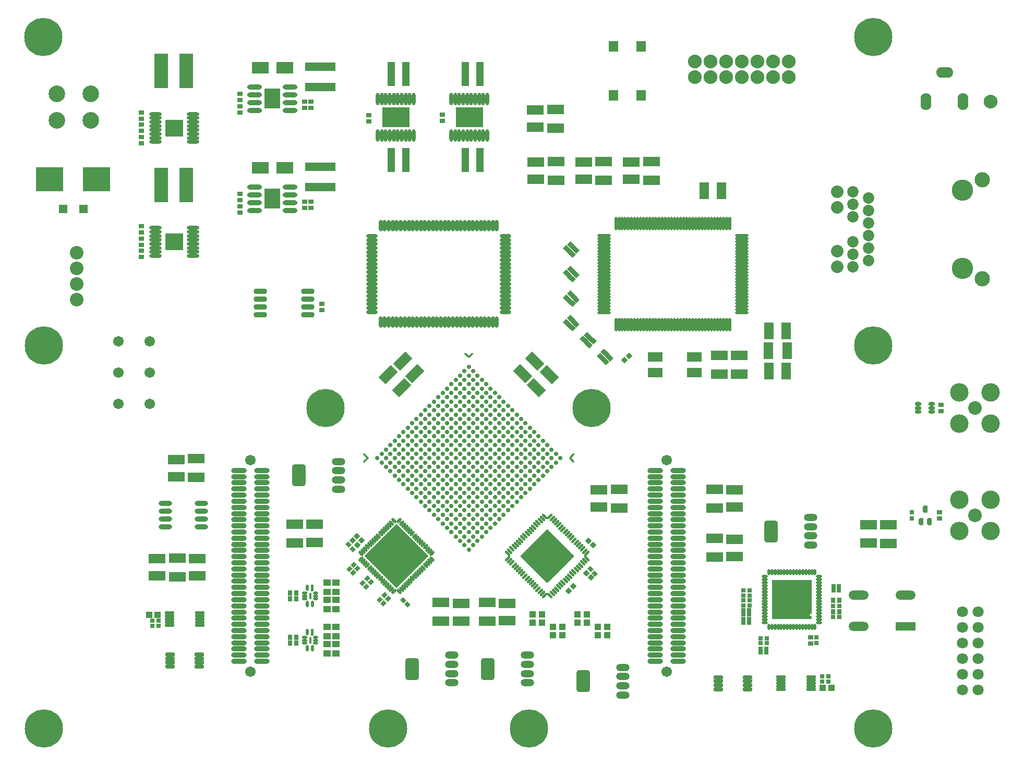
<source format=gts>
G04 Layer_Color=8388736*
%FSLAX44Y44*%
%MOMM*%
G71*
G01*
G75*
%ADD77C,2.0320*%
%ADD108R,0.8032X0.7032*%
%ADD109R,1.0032X1.1032*%
G04:AMPARAMS|DCode=110|XSize=0.4532mm|YSize=1.1532mm|CornerRadius=0mm|HoleSize=0mm|Usage=FLASHONLY|Rotation=225.000|XOffset=0mm|YOffset=0mm|HoleType=Round|Shape=Round|*
%AMOVALD110*
21,1,0.7000,0.4532,0.0000,0.0000,315.0*
1,1,0.4532,-0.2475,0.2475*
1,1,0.4532,0.2475,-0.2475*
%
%ADD110OVALD110*%

%ADD111C,0.7032*%
G04:AMPARAMS|DCode=112|XSize=0.4532mm|YSize=1.1532mm|CornerRadius=0mm|HoleSize=0mm|Usage=FLASHONLY|Rotation=315.000|XOffset=0mm|YOffset=0mm|HoleType=Round|Shape=Round|*
%AMOVALD112*
21,1,0.7000,0.4532,0.0000,0.0000,45.0*
1,1,0.4532,-0.2475,-0.2475*
1,1,0.4532,0.2475,0.2475*
%
%ADD112OVALD112*%

G04:AMPARAMS|DCode=113|XSize=0.5032mm|YSize=1.0032mm|CornerRadius=0mm|HoleSize=0mm|Usage=FLASHONLY|Rotation=45.000|XOffset=0mm|YOffset=0mm|HoleType=Round|Shape=Round|*
%AMOVALD113*
21,1,0.5000,0.5032,0.0000,0.0000,135.0*
1,1,0.5032,0.1768,-0.1768*
1,1,0.5032,-0.1768,0.1768*
%
%ADD113OVALD113*%

G04:AMPARAMS|DCode=114|XSize=0.5032mm|YSize=1.0032mm|CornerRadius=0mm|HoleSize=0mm|Usage=FLASHONLY|Rotation=135.000|XOffset=0mm|YOffset=0mm|HoleType=Round|Shape=Round|*
%AMOVALD114*
21,1,0.5000,0.5032,0.0000,0.0000,225.0*
1,1,0.5032,0.1768,0.1768*
1,1,0.5032,-0.1768,-0.1768*
%
%ADD114OVALD114*%

G04:AMPARAMS|DCode=115|XSize=0.7032mm|YSize=0.8032mm|CornerRadius=0mm|HoleSize=0mm|Usage=FLASHONLY|Rotation=135.000|XOffset=0mm|YOffset=0mm|HoleType=Round|Shape=Rectangle|*
%AMROTATEDRECTD115*
4,1,4,0.5326,0.0354,-0.0354,-0.5326,-0.5326,-0.0354,0.0354,0.5326,0.5326,0.0354,0.0*
%
%ADD115ROTATEDRECTD115*%

G04:AMPARAMS|DCode=116|XSize=0.7032mm|YSize=0.8032mm|CornerRadius=0mm|HoleSize=0mm|Usage=FLASHONLY|Rotation=45.000|XOffset=0mm|YOffset=0mm|HoleType=Round|Shape=Rectangle|*
%AMROTATEDRECTD116*
4,1,4,0.0354,-0.5326,-0.5326,0.0354,-0.0354,0.5326,0.5326,-0.0354,0.0354,-0.5326,0.0*
%
%ADD116ROTATEDRECTD116*%

%ADD117R,2.8032X1.6032*%
%ADD118R,1.4032X1.4032*%
%ADD119R,0.8128X0.8032*%
%ADD120O,0.7032X1.8532*%
%ADD121O,1.8532X0.7032*%
G04:AMPARAMS|DCode=122|XSize=0.8128mm|YSize=0.8032mm|CornerRadius=0mm|HoleSize=0mm|Usage=FLASHONLY|Rotation=45.000|XOffset=0mm|YOffset=0mm|HoleType=Round|Shape=Rectangle|*
%AMROTATEDRECTD122*
4,1,4,-0.0034,-0.5713,-0.5713,-0.0034,0.0034,0.5713,0.5713,0.0034,-0.0034,-0.5713,0.0*
%
%ADD122ROTATEDRECTD122*%

%ADD123R,0.8032X0.8128*%
%ADD124R,0.7532X0.7032*%
%ADD125R,1.2192X1.0032*%
%ADD126R,0.7032X0.8032*%
%ADD127R,2.4032X1.6032*%
%ADD128O,0.5532X2.1532*%
%ADD129O,2.1532X0.5532*%
%ADD130R,1.1832X3.9032*%
%ADD131R,2.2032X5.7032*%
%ADD132R,2.7032X1.9032*%
%ADD133R,4.9032X1.3832*%
%ADD134O,2.4032X0.8032*%
%ADD135O,2.2032X0.9144*%
%ADD136O,2.2032X0.8032*%
%ADD137O,1.9832X0.6232*%
G04:AMPARAMS|DCode=138|XSize=3.5032mm|YSize=2.2032mm|CornerRadius=0.4016mm|HoleSize=0mm|Usage=FLASHONLY|Rotation=90.000|XOffset=0mm|YOffset=0mm|HoleType=Round|Shape=RoundedRectangle|*
%AMROUNDEDRECTD138*
21,1,3.5032,1.4000,0,0,90.0*
21,1,2.7000,2.2032,0,0,90.0*
1,1,0.8032,0.7000,1.3500*
1,1,0.8032,0.7000,-1.3500*
1,1,0.8032,-0.7000,-1.3500*
1,1,0.8032,-0.7000,1.3500*
%
%ADD138ROUNDEDRECTD138*%
%ADD139O,2.2032X1.2032*%
%ADD140R,0.4532X1.1032*%
%ADD141C,0.4032*%
%ADD142O,0.4532X1.0532*%
%ADD143O,0.8532X0.4532*%
%ADD144O,0.9532X0.4532*%
%ADD145R,3.2512X1.4732*%
%ADD146O,3.2512X1.4732*%
%ADD147O,2.5400X0.8128*%
%ADD148O,0.6232X1.9832*%
G04:AMPARAMS|DCode=149|XSize=1.1938mm|YSize=0.762mm|CornerRadius=0.1575mm|HoleSize=0mm|Usage=FLASHONLY|Rotation=90.000|XOffset=0mm|YOffset=0mm|HoleType=Round|Shape=RoundedRectangle|*
%AMROUNDEDRECTD149*
21,1,1.1938,0.4470,0,0,90.0*
21,1,0.8788,0.7620,0,0,90.0*
1,1,0.3150,0.2235,0.4394*
1,1,0.3150,0.2235,-0.4394*
1,1,0.3150,-0.2235,-0.4394*
1,1,0.3150,-0.2235,0.4394*
%
%ADD149ROUNDEDRECTD149*%
%ADD150O,0.5032X1.0032*%
%ADD151O,1.0032X0.5032*%
%ADD152R,4.4432X4.0132*%
G04:AMPARAMS|DCode=153|XSize=0.6032mm|YSize=0.7532mm|CornerRadius=0mm|HoleSize=0mm|Usage=FLASHONLY|Rotation=315.000|XOffset=0mm|YOffset=0mm|HoleType=Round|Shape=Rectangle|*
%AMROTATEDRECTD153*
4,1,4,-0.4796,-0.0530,0.0530,0.4796,0.4796,0.0530,-0.0530,-0.4796,-0.4796,-0.0530,0.0*
%
%ADD153ROTATEDRECTD153*%

G04:AMPARAMS|DCode=154|XSize=0.8128mm|YSize=0.8032mm|CornerRadius=0mm|HoleSize=0mm|Usage=FLASHONLY|Rotation=315.000|XOffset=0mm|YOffset=0mm|HoleType=Round|Shape=Rectangle|*
%AMROTATEDRECTD154*
4,1,4,-0.5713,0.0034,-0.0034,0.5713,0.5713,-0.0034,0.0034,-0.5713,-0.5713,0.0034,0.0*
%
%ADD154ROTATEDRECTD154*%

G04:AMPARAMS|DCode=155|XSize=2.8032mm|YSize=1.6032mm|CornerRadius=0mm|HoleSize=0mm|Usage=FLASHONLY|Rotation=315.000|XOffset=0mm|YOffset=0mm|HoleType=Round|Shape=Rectangle|*
%AMROTATEDRECTD155*
4,1,4,-1.5579,0.4243,-0.4243,1.5579,1.5579,-0.4243,0.4243,-1.5579,-1.5579,0.4243,0.0*
%
%ADD155ROTATEDRECTD155*%

G04:AMPARAMS|DCode=156|XSize=2.8032mm|YSize=1.6032mm|CornerRadius=0mm|HoleSize=0mm|Usage=FLASHONLY|Rotation=45.000|XOffset=0mm|YOffset=0mm|HoleType=Round|Shape=Rectangle|*
%AMROTATEDRECTD156*
4,1,4,-0.4243,-1.5579,-1.5579,-0.4243,0.4243,1.5579,1.5579,0.4243,-0.4243,-1.5579,0.0*
%
%ADD156ROTATEDRECTD156*%

%ADD157R,1.6032X2.8032*%
%ADD158O,1.6032X0.7032*%
%ADD159O,1.6032X0.5032*%
%ADD160R,1.6032X1.8032*%
%ADD161O,1.1032X0.6032*%
%ADD162R,1.1032X1.0032*%
%ADD163C,1.7032*%
%ADD164C,0.3532*%
G04:AMPARAMS|DCode=165|XSize=7.3532mm|YSize=7.3282mm|CornerRadius=0mm|HoleSize=0mm|Usage=FLASHONLY|Rotation=45.000|XOffset=0mm|YOffset=0mm|HoleType=Round|Shape=Rectangle|*
%AMROTATEDRECTD165*
4,1,4,-0.0088,-5.1907,-5.1907,-0.0088,0.0088,5.1907,5.1907,0.0088,-0.0088,-5.1907,0.0*
%
%ADD165ROTATEDRECTD165*%

%ADD166C,0.9032*%
%ADD167O,2.8032X1.7432*%
%ADD168O,1.7432X2.8032*%
%ADD169C,2.2352*%
%ADD170C,1.8542*%
%ADD171C,3.4544*%
%ADD172C,2.4892*%
%ADD173C,1.8032*%
%ADD174R,2.6032X3.3032*%
%ADD175R,2.9032X2.7032*%
%ADD176C,6.2032*%
%ADD177C,2.2032*%
%ADD178R,4.4032X3.2032*%
%ADD179C,3.0032*%
%ADD180C,2.7032*%
G36*
X1356169Y862971D02*
X1356300Y862944D01*
X1356426Y862902D01*
X1356546Y862843D01*
X1356656Y862769D01*
X1356756Y862681D01*
X1394763Y824674D01*
X1394774Y824661D01*
X1394787Y824650D01*
X1394818Y824611D01*
X1394851Y824574D01*
X1394860Y824560D01*
X1394871Y824547D01*
X1394897Y824504D01*
X1394925Y824463D01*
X1394933Y824448D01*
X1394941Y824434D01*
X1394962Y824389D01*
X1394984Y824344D01*
X1394989Y824328D01*
X1394996Y824313D01*
X1395011Y824265D01*
X1395027Y824218D01*
X1395030Y824201D01*
X1395035Y824185D01*
X1395043Y824136D01*
X1395053Y824087D01*
X1395054Y824070D01*
X1395057Y824054D01*
X1395058Y824004D01*
X1395062Y823954D01*
X1395060Y823937D01*
X1395061Y823921D01*
X1395056Y823872D01*
X1395053Y823821D01*
X1395050Y823805D01*
X1395048Y823788D01*
X1395037Y823740D01*
X1395027Y823690D01*
X1395022Y823675D01*
X1395018Y823659D01*
X1395000Y823612D01*
X1394984Y823564D01*
X1394977Y823549D01*
X1394971Y823534D01*
X1394947Y823490D01*
X1394925Y823445D01*
X1394916Y823431D01*
X1394908Y823416D01*
X1394879Y823375D01*
X1394851Y823334D01*
X1394840Y823322D01*
X1394830Y823308D01*
X1394709Y823160D01*
X1394583Y822856D01*
Y822578D01*
X1394689Y822321D01*
X1394885Y822125D01*
X1395142Y822018D01*
X1395420D01*
X1395724Y822144D01*
X1395872Y822266D01*
X1395886Y822276D01*
X1395898Y822287D01*
X1395941Y822315D01*
X1395981Y822344D01*
X1395995Y822351D01*
X1396009Y822361D01*
X1396055Y822384D01*
X1396098Y822407D01*
X1396113Y822412D01*
X1396129Y822420D01*
X1396177Y822436D01*
X1396223Y822454D01*
X1396239Y822457D01*
X1396255Y822463D01*
X1396305Y822473D01*
X1396353Y822484D01*
X1396369Y822485D01*
X1396385Y822489D01*
X1396437Y822492D01*
X1396485Y822497D01*
X1396501Y822496D01*
X1396518Y822497D01*
X1396570Y822494D01*
X1396618Y822492D01*
X1396634Y822490D01*
X1396651Y822489D01*
X1396702Y822479D01*
X1396750Y822471D01*
X1396765Y822466D01*
X1396782Y822463D01*
X1396830Y822446D01*
X1396877Y822432D01*
X1396892Y822425D01*
X1396908Y822420D01*
X1396954Y822397D01*
X1396998Y822377D01*
X1397012Y822368D01*
X1397027Y822361D01*
X1397070Y822333D01*
X1397111Y822307D01*
X1397124Y822296D01*
X1397138Y822287D01*
X1397177Y822253D01*
X1397214Y822222D01*
X1397225Y822210D01*
X1397238Y822199D01*
X1399360Y820078D01*
X1399447Y819978D01*
X1399521Y819867D01*
X1399580Y819747D01*
X1399623Y819621D01*
X1399649Y819491D01*
X1399658Y819358D01*
X1399649Y819225D01*
X1399623Y819094D01*
X1399580Y818968D01*
X1399521Y818849D01*
X1399447Y818738D01*
X1399360Y818638D01*
X1356933Y776211D01*
X1356833Y776124D01*
X1356722Y776050D01*
X1356603Y775991D01*
X1356477Y775948D01*
X1356346Y775922D01*
X1356213Y775913D01*
X1356080Y775922D01*
X1355950Y775948D01*
X1355824Y775991D01*
X1355704Y776050D01*
X1355593Y776124D01*
X1355493Y776211D01*
X1312890Y818815D01*
X1312802Y818915D01*
X1312728Y819025D01*
X1312669Y819145D01*
X1312626Y819271D01*
X1312601Y819402D01*
X1312592Y819535D01*
X1312601Y819668D01*
X1312626Y819798D01*
X1312669Y819924D01*
X1312728Y820044D01*
X1312802Y820154D01*
X1312890Y820255D01*
X1355316Y862681D01*
X1355417Y862769D01*
X1355527Y862843D01*
X1355647Y862902D01*
X1355773Y862944D01*
X1355903Y862971D01*
X1356036Y862979D01*
X1356169Y862971D01*
D02*
G37*
G36*
X976133Y773009D02*
X976264Y772983D01*
X976390Y772941D01*
X976509Y772882D01*
X976620Y772808D01*
X976720Y772720D01*
X976808Y772620D01*
X976882Y772509D01*
X976941Y772390D01*
X976983Y772264D01*
X977010Y772133D01*
X977018Y772000D01*
Y764000D01*
X977010Y763867D01*
X976983Y763736D01*
X976941Y763610D01*
X976882Y763491D01*
X976808Y763380D01*
X976720Y763280D01*
X975220Y761780D01*
X975120Y761692D01*
X975009Y761618D01*
X974890Y761559D01*
X974763Y761517D01*
X974633Y761491D01*
X974500Y761482D01*
X973500D01*
X973367Y761491D01*
X973236Y761517D01*
X973110Y761559D01*
X972991Y761618D01*
X972880Y761692D01*
X972780Y761780D01*
X972692Y761880D01*
X972618Y761991D01*
X972559Y762110D01*
X972516Y762236D01*
X972490Y762367D01*
X972482Y762500D01*
Y772000D01*
X972490Y772133D01*
X972516Y772264D01*
X972559Y772390D01*
X972618Y772509D01*
X972692Y772620D01*
X972780Y772720D01*
X972880Y772808D01*
X972991Y772882D01*
X973110Y772941D01*
X973236Y772983D01*
X973367Y773009D01*
X973500Y773018D01*
X976000D01*
X976133Y773009D01*
D02*
G37*
G36*
X1784383Y780509D02*
X1784514Y780483D01*
X1784640Y780441D01*
X1784759Y780382D01*
X1784870Y780308D01*
X1784970Y780220D01*
X1785058Y780120D01*
X1785132Y780009D01*
X1785191Y779890D01*
X1785233Y779763D01*
X1785260Y779633D01*
X1785268Y779500D01*
Y726500D01*
X1785267Y726483D01*
X1785268Y726467D01*
X1785263Y726417D01*
X1785260Y726367D01*
X1785256Y726351D01*
X1785255Y726334D01*
X1785243Y726285D01*
X1785233Y726236D01*
X1785228Y726221D01*
X1785224Y726205D01*
X1785207Y726158D01*
X1785191Y726110D01*
X1785183Y726095D01*
X1785177Y726080D01*
X1785154Y726036D01*
X1785132Y725991D01*
X1785123Y725977D01*
X1785115Y725962D01*
X1785085Y725922D01*
X1785058Y725880D01*
X1785047Y725868D01*
X1785037Y725854D01*
X1785003Y725818D01*
X1784970Y725780D01*
X1784957Y725769D01*
X1784946Y725757D01*
X1784908Y725725D01*
X1784870Y725692D01*
X1784856Y725683D01*
X1784843Y725672D01*
X1784800Y725646D01*
X1784759Y725618D01*
X1784744Y725611D01*
X1784730Y725602D01*
X1784684Y725581D01*
X1784640Y725559D01*
X1784624Y725554D01*
X1784609Y725547D01*
X1784561Y725533D01*
X1784514Y725517D01*
X1784497Y725513D01*
X1784481Y725508D01*
X1784432Y725500D01*
X1784383Y725490D01*
X1784366Y725489D01*
X1784350Y725487D01*
X1783915Y725444D01*
X1783160Y725131D01*
X1782619Y724590D01*
X1782326Y723883D01*
Y723117D01*
X1782619Y722410D01*
X1783160Y721869D01*
X1783915Y721556D01*
X1784350Y721513D01*
X1784366Y721511D01*
X1784383Y721509D01*
X1784432Y721500D01*
X1784481Y721492D01*
X1784497Y721487D01*
X1784514Y721484D01*
X1784561Y721467D01*
X1784609Y721453D01*
X1784624Y721446D01*
X1784640Y721441D01*
X1784684Y721419D01*
X1784730Y721398D01*
X1784744Y721389D01*
X1784759Y721382D01*
X1784801Y721354D01*
X1784843Y721328D01*
X1784856Y721317D01*
X1784870Y721308D01*
X1784907Y721275D01*
X1784946Y721243D01*
X1784957Y721231D01*
X1784970Y721220D01*
X1785003Y721182D01*
X1785037Y721146D01*
X1785047Y721132D01*
X1785058Y721120D01*
X1785086Y721078D01*
X1785115Y721038D01*
X1785123Y721023D01*
X1785132Y721009D01*
X1785154Y720964D01*
X1785177Y720920D01*
X1785183Y720905D01*
X1785191Y720890D01*
X1785207Y720842D01*
X1785224Y720796D01*
X1785228Y720779D01*
X1785233Y720763D01*
X1785243Y720714D01*
X1785255Y720666D01*
X1785256Y720649D01*
X1785260Y720633D01*
X1785263Y720583D01*
X1785268Y720533D01*
X1785267Y720517D01*
X1785268Y720500D01*
Y717500D01*
X1785260Y717367D01*
X1785233Y717236D01*
X1785191Y717110D01*
X1785132Y716991D01*
X1785058Y716880D01*
X1784970Y716780D01*
X1784870Y716692D01*
X1784759Y716618D01*
X1784640Y716559D01*
X1784514Y716516D01*
X1784383Y716490D01*
X1784250Y716482D01*
X1722250D01*
X1722117Y716490D01*
X1721987Y716516D01*
X1721860Y716559D01*
X1721741Y716618D01*
X1721630Y716692D01*
X1721530Y716780D01*
X1721442Y716880D01*
X1721368Y716991D01*
X1721309Y717110D01*
X1721266Y717236D01*
X1721241Y717367D01*
X1721232Y717500D01*
Y779500D01*
X1721241Y779633D01*
X1721266Y779763D01*
X1721309Y779890D01*
X1721368Y780009D01*
X1721442Y780120D01*
X1721530Y780220D01*
X1721630Y780308D01*
X1721741Y780382D01*
X1721860Y780441D01*
X1721987Y780483D01*
X1722117Y780509D01*
X1722250Y780518D01*
X1784250D01*
X1784383Y780509D01*
D02*
G37*
G36*
X976133Y701010D02*
X976264Y700984D01*
X976390Y700941D01*
X976509Y700882D01*
X976620Y700808D01*
X976720Y700720D01*
X976808Y700620D01*
X976882Y700509D01*
X976941Y700390D01*
X976983Y700264D01*
X977010Y700133D01*
X977018Y700000D01*
Y692000D01*
X977010Y691867D01*
X976983Y691737D01*
X976941Y691610D01*
X976882Y691491D01*
X976808Y691380D01*
X976720Y691280D01*
X975220Y689780D01*
X975120Y689692D01*
X975009Y689618D01*
X974890Y689559D01*
X974763Y689517D01*
X974633Y689491D01*
X974500Y689482D01*
X973500D01*
X973367Y689491D01*
X973236Y689517D01*
X973110Y689559D01*
X972991Y689618D01*
X972880Y689692D01*
X972780Y689780D01*
X972692Y689880D01*
X972618Y689991D01*
X972559Y690110D01*
X972516Y690237D01*
X972490Y690367D01*
X972482Y690500D01*
Y700000D01*
X972490Y700133D01*
X972516Y700264D01*
X972559Y700390D01*
X972618Y700509D01*
X972692Y700620D01*
X972780Y700720D01*
X972880Y700808D01*
X972991Y700882D01*
X973110Y700941D01*
X973236Y700984D01*
X973367Y701010D01*
X973500Y701018D01*
X976000D01*
X976133Y701010D01*
D02*
G37*
D77*
X1826800Y1289040D02*
D03*
Y1314440D02*
D03*
Y1385560D02*
D03*
Y1410960D02*
D03*
D108*
X1812500Y623500D02*
D03*
X1802500D02*
D03*
X1812500Y615500D02*
D03*
X1802500D02*
D03*
X1820000Y720000D02*
D03*
X1830000D02*
D03*
X1712200Y685750D02*
D03*
X1702200D02*
D03*
X1712200Y677750D02*
D03*
X1702200D02*
D03*
X1684250Y747000D02*
D03*
X1674250D02*
D03*
X1684250Y739000D02*
D03*
X1674250D02*
D03*
X1830000Y738000D02*
D03*
X1820000D02*
D03*
X1674250Y755000D02*
D03*
X1684250D02*
D03*
X1674250Y763000D02*
D03*
X1684250D02*
D03*
X725000Y714000D02*
D03*
X715000D02*
D03*
X725000Y706000D02*
D03*
X715000D02*
D03*
D109*
X1817500Y605500D02*
D03*
X1803500D02*
D03*
X724000Y724000D02*
D03*
X710000D02*
D03*
D110*
X1295225Y827313D02*
D03*
X1298761Y830848D02*
D03*
X1323510Y855597D02*
D03*
X1327045Y859133D02*
D03*
X1351794Y883881D02*
D03*
X1348258Y880346D02*
D03*
X1344723Y876810D02*
D03*
X1341187Y873275D02*
D03*
X1337652Y869739D02*
D03*
X1334116Y866204D02*
D03*
X1330581Y862668D02*
D03*
X1319974Y852061D02*
D03*
X1316438Y848526D02*
D03*
X1312903Y844990D02*
D03*
X1309367Y841455D02*
D03*
X1305832Y837919D02*
D03*
X1302296Y834384D02*
D03*
X1291690Y823777D02*
D03*
X1360633Y754834D02*
D03*
X1371239Y765441D02*
D03*
X1374775Y768977D02*
D03*
X1378310Y772512D02*
D03*
X1381846Y776048D02*
D03*
X1385381Y779583D02*
D03*
X1388917Y783119D02*
D03*
X1392452Y786654D02*
D03*
X1395988Y790190D02*
D03*
X1399523Y793725D02*
D03*
X1403059Y797261D02*
D03*
X1406595Y800796D02*
D03*
X1410130Y804332D02*
D03*
X1413666Y807867D02*
D03*
X1417201Y811403D02*
D03*
X1420737Y814938D02*
D03*
X1367704Y761905D02*
D03*
X1364168Y758370D02*
D03*
D111*
X1264105Y865113D02*
D03*
X1257034Y872184D02*
D03*
X1249963Y865113D02*
D03*
X1257034Y858042D02*
D03*
X1377242Y978250D02*
D03*
X1370171Y971179D02*
D03*
X1363100Y964108D02*
D03*
X1356029Y957037D02*
D03*
X1348958Y949966D02*
D03*
X1341887Y942895D02*
D03*
X1334816Y935824D02*
D03*
X1327745Y928753D02*
D03*
X1320674Y921682D02*
D03*
X1313603Y914610D02*
D03*
X1306532Y907539D02*
D03*
X1299461Y900468D02*
D03*
X1292390Y893397D02*
D03*
X1285319Y886326D02*
D03*
X1278248Y879255D02*
D03*
X1271176Y872184D02*
D03*
X1249963Y850971D02*
D03*
X1242892Y843900D02*
D03*
X1235821Y836829D02*
D03*
X1228750Y829758D02*
D03*
X1370171Y985321D02*
D03*
X1363100Y978250D02*
D03*
X1356029Y971179D02*
D03*
X1348958Y964108D02*
D03*
X1341887Y957037D02*
D03*
X1334816Y949966D02*
D03*
X1327745Y942895D02*
D03*
X1320674Y935824D02*
D03*
X1313603Y928753D02*
D03*
X1306532Y921682D02*
D03*
X1299461Y914610D02*
D03*
X1292390Y907539D02*
D03*
X1285319Y900468D02*
D03*
X1278248Y893397D02*
D03*
X1271176Y886326D02*
D03*
X1264105Y879255D02*
D03*
X1242892Y858042D02*
D03*
X1235821Y850971D02*
D03*
X1228750Y843900D02*
D03*
X1221679Y836829D02*
D03*
X1363100Y992392D02*
D03*
X1356029Y985321D02*
D03*
X1348958Y978250D02*
D03*
X1341887Y971179D02*
D03*
X1334816Y964108D02*
D03*
X1327745Y957037D02*
D03*
X1320674Y949966D02*
D03*
X1313603Y942895D02*
D03*
X1306532Y935824D02*
D03*
X1299461Y928753D02*
D03*
X1292390Y921682D02*
D03*
X1285319Y914610D02*
D03*
X1278248Y907539D02*
D03*
X1271176Y900468D02*
D03*
X1264105Y893397D02*
D03*
X1257034Y886326D02*
D03*
X1249963Y879255D02*
D03*
X1242892Y872184D02*
D03*
X1235821Y865113D02*
D03*
X1228750Y858042D02*
D03*
X1221679Y850971D02*
D03*
X1214608Y843900D02*
D03*
X1356029Y999463D02*
D03*
X1348958Y992392D02*
D03*
X1341887Y985321D02*
D03*
X1334816Y978250D02*
D03*
X1327745Y971179D02*
D03*
X1320674Y964108D02*
D03*
X1313603Y957037D02*
D03*
X1306532Y949966D02*
D03*
X1299461Y942895D02*
D03*
X1292390Y935824D02*
D03*
X1285319Y928753D02*
D03*
X1278248Y921682D02*
D03*
X1271176Y914610D02*
D03*
X1264105Y907539D02*
D03*
X1257034Y900468D02*
D03*
X1249963Y893397D02*
D03*
X1242892Y886326D02*
D03*
X1235821Y879255D02*
D03*
X1228750Y872184D02*
D03*
X1221679Y865113D02*
D03*
X1214608Y858042D02*
D03*
X1207537Y850971D02*
D03*
X1348958Y1006534D02*
D03*
X1341887Y999463D02*
D03*
X1334816Y992392D02*
D03*
X1327745Y985321D02*
D03*
X1320674Y978250D02*
D03*
X1313603Y971179D02*
D03*
X1306532Y964108D02*
D03*
X1299461Y957037D02*
D03*
X1292390Y949966D02*
D03*
X1285318Y942895D02*
D03*
X1278248Y935824D02*
D03*
X1271176Y928753D02*
D03*
X1264105Y921682D02*
D03*
X1257034Y914610D02*
D03*
X1249963Y907539D02*
D03*
X1242892Y900468D02*
D03*
X1235821Y893397D02*
D03*
X1228750Y886326D02*
D03*
X1221679Y879255D02*
D03*
X1214608Y872184D02*
D03*
X1207537Y865113D02*
D03*
X1200466Y858042D02*
D03*
X1341887Y1013605D02*
D03*
X1334816Y1006534D02*
D03*
X1327745Y999463D02*
D03*
X1320674Y992392D02*
D03*
X1313603Y985321D02*
D03*
X1306532Y978250D02*
D03*
X1299461Y971179D02*
D03*
X1292390Y964108D02*
D03*
X1285319Y957037D02*
D03*
X1278248Y949966D02*
D03*
X1271176Y942895D02*
D03*
X1264105Y935824D02*
D03*
X1257034Y928753D02*
D03*
X1249963Y921682D02*
D03*
X1242892Y914610D02*
D03*
X1235821Y907539D02*
D03*
X1228750Y900468D02*
D03*
X1221679Y893397D02*
D03*
X1214608Y886326D02*
D03*
X1207537Y879255D02*
D03*
X1200466Y872184D02*
D03*
X1193395Y865113D02*
D03*
X1334816Y1020676D02*
D03*
X1327745Y1013605D02*
D03*
X1320674Y1006534D02*
D03*
X1313603Y999463D02*
D03*
X1306532Y992392D02*
D03*
X1299461Y985321D02*
D03*
X1292390Y978250D02*
D03*
X1285319Y971179D02*
D03*
X1278248Y964108D02*
D03*
X1271176Y957037D02*
D03*
X1264105Y949966D02*
D03*
X1257034Y942895D02*
D03*
X1249963Y935824D02*
D03*
X1242892Y928753D02*
D03*
X1235821Y921682D02*
D03*
X1228750Y914610D02*
D03*
X1221679Y907539D02*
D03*
X1214608Y900468D02*
D03*
X1207537Y893397D02*
D03*
X1200466Y886326D02*
D03*
X1193395Y879255D02*
D03*
X1186324Y872184D02*
D03*
X1327745Y1027747D02*
D03*
X1320674Y1020676D02*
D03*
X1313603Y1013605D02*
D03*
X1306532Y1006534D02*
D03*
X1299461Y999463D02*
D03*
X1292390Y992392D02*
D03*
X1285319Y985321D02*
D03*
X1278248Y978250D02*
D03*
X1271176Y971179D02*
D03*
X1264105Y964108D02*
D03*
X1257034Y957037D02*
D03*
X1249963Y949966D02*
D03*
X1242892Y942895D02*
D03*
X1235821Y935824D02*
D03*
X1228750Y928753D02*
D03*
X1221679Y921682D02*
D03*
X1214608Y914610D02*
D03*
X1207537Y907539D02*
D03*
X1200466Y900468D02*
D03*
X1193395Y893397D02*
D03*
X1186324Y886326D02*
D03*
X1179252Y879255D02*
D03*
X1320674Y1034819D02*
D03*
X1313603Y1027747D02*
D03*
X1306532Y1020676D02*
D03*
X1299461Y1013605D02*
D03*
X1292390Y1006534D02*
D03*
X1285319Y999463D02*
D03*
X1278248Y992392D02*
D03*
X1271176Y985321D02*
D03*
X1264105Y978250D02*
D03*
X1257034Y971179D02*
D03*
X1249963Y964108D02*
D03*
X1242892Y957037D02*
D03*
X1235821Y949966D02*
D03*
X1228750Y942895D02*
D03*
X1221679Y935824D02*
D03*
X1214608Y928753D02*
D03*
X1207537Y921682D02*
D03*
X1200466Y914610D02*
D03*
X1193395Y907539D02*
D03*
X1186324Y900468D02*
D03*
X1179252Y893397D02*
D03*
X1172181Y886326D02*
D03*
X1313603Y1041890D02*
D03*
X1306532Y1034819D02*
D03*
X1299461Y1027747D02*
D03*
X1292390Y1020676D02*
D03*
X1285318Y1013605D02*
D03*
X1278248Y1006534D02*
D03*
X1271176Y999463D02*
D03*
X1264105Y992392D02*
D03*
X1257034Y985321D02*
D03*
X1249963Y978250D02*
D03*
X1242892Y971179D02*
D03*
X1235821Y964108D02*
D03*
X1228750Y957037D02*
D03*
X1221679Y949966D02*
D03*
X1214608Y942895D02*
D03*
X1207537Y935824D02*
D03*
X1200466Y928753D02*
D03*
X1193395Y921682D02*
D03*
X1186324Y914610D02*
D03*
X1179252Y907539D02*
D03*
X1172181Y900468D02*
D03*
X1165110Y893397D02*
D03*
X1306532Y1048961D02*
D03*
X1299461Y1041890D02*
D03*
X1292390Y1034819D02*
D03*
X1285319Y1027747D02*
D03*
X1278248Y1020676D02*
D03*
X1271176Y1013605D02*
D03*
X1264105Y1006534D02*
D03*
X1257034Y999463D02*
D03*
X1249963Y992392D02*
D03*
X1242892Y985321D02*
D03*
X1235821Y978250D02*
D03*
X1228750Y971179D02*
D03*
X1221679Y964108D02*
D03*
X1214608Y957037D02*
D03*
X1207537Y949966D02*
D03*
X1200466Y942895D02*
D03*
X1193395Y935824D02*
D03*
X1186324Y928753D02*
D03*
X1179252Y921682D02*
D03*
X1172181Y914610D02*
D03*
X1165110Y907539D02*
D03*
X1158039Y900468D02*
D03*
X1299461Y1056032D02*
D03*
X1292390Y1048961D02*
D03*
X1285319Y1041890D02*
D03*
X1278248Y1034819D02*
D03*
X1271176Y1027747D02*
D03*
X1264105Y1020676D02*
D03*
X1257034Y1013605D02*
D03*
X1249963Y1006534D02*
D03*
X1242892Y999463D02*
D03*
X1235821Y992392D02*
D03*
X1228750Y985321D02*
D03*
X1221679Y978250D02*
D03*
X1214608Y971179D02*
D03*
X1207537Y964108D02*
D03*
X1200466Y957037D02*
D03*
X1193395Y949966D02*
D03*
X1186324Y942895D02*
D03*
X1179252Y935824D02*
D03*
X1172181Y928753D02*
D03*
X1165110Y921682D02*
D03*
X1158039Y914610D02*
D03*
X1150968Y907539D02*
D03*
X1292390Y1063103D02*
D03*
X1285319Y1056032D02*
D03*
X1278248Y1048961D02*
D03*
X1271176Y1041890D02*
D03*
X1264105Y1034819D02*
D03*
X1257034Y1027747D02*
D03*
X1249963Y1020676D02*
D03*
X1242892Y1013605D02*
D03*
X1235821Y1006534D02*
D03*
X1228750Y999463D02*
D03*
X1221679Y992392D02*
D03*
X1214608Y985321D02*
D03*
X1207537Y978250D02*
D03*
X1200466Y971179D02*
D03*
X1193395Y964108D02*
D03*
X1186324Y957037D02*
D03*
X1179252Y949966D02*
D03*
X1172181Y942895D02*
D03*
X1165110Y935824D02*
D03*
X1158039Y928753D02*
D03*
X1150968Y921682D02*
D03*
X1143897Y914610D02*
D03*
X1285319Y1070174D02*
D03*
X1278248Y1063103D02*
D03*
X1271176Y1056032D02*
D03*
X1264105Y1048961D02*
D03*
X1257034Y1041890D02*
D03*
X1249963Y1034819D02*
D03*
X1242892Y1027747D02*
D03*
X1235821Y1020676D02*
D03*
X1228750Y1013605D02*
D03*
X1221679Y1006534D02*
D03*
X1214608Y999463D02*
D03*
X1207537Y992392D02*
D03*
X1200466Y985321D02*
D03*
X1193395Y978250D02*
D03*
X1186324Y971179D02*
D03*
X1179252Y964108D02*
D03*
X1172181Y957037D02*
D03*
X1165110Y949966D02*
D03*
X1158039Y942895D02*
D03*
X1150968Y935824D02*
D03*
X1143897Y928753D02*
D03*
X1136826Y921682D02*
D03*
X1278248Y1077245D02*
D03*
X1271176Y1070174D02*
D03*
X1264105Y1063103D02*
D03*
X1257034Y1056032D02*
D03*
X1249963Y1048961D02*
D03*
X1242892Y1041890D02*
D03*
X1235821Y1034819D02*
D03*
X1228750Y1027747D02*
D03*
X1221679Y1020676D02*
D03*
X1214608Y1013605D02*
D03*
X1207537Y1006534D02*
D03*
X1200466Y999463D02*
D03*
X1193395Y992392D02*
D03*
X1186324Y985321D02*
D03*
X1179253Y978250D02*
D03*
X1172181Y971179D02*
D03*
X1165110Y964108D02*
D03*
X1158039Y957037D02*
D03*
X1150968Y949966D02*
D03*
X1143897Y942895D02*
D03*
X1136826Y935824D02*
D03*
X1129755Y928753D02*
D03*
X1271176Y1084316D02*
D03*
X1264105Y1077245D02*
D03*
X1257034Y1070174D02*
D03*
X1249963Y1063103D02*
D03*
X1242892Y1056032D02*
D03*
X1235821Y1048961D02*
D03*
X1228750Y1041890D02*
D03*
X1221679Y1034819D02*
D03*
X1214608Y1027747D02*
D03*
X1207537Y1020676D02*
D03*
X1200466Y1013605D02*
D03*
X1193395Y1006534D02*
D03*
X1186324Y999463D02*
D03*
X1179252Y992392D02*
D03*
X1172181Y985321D02*
D03*
X1165110Y978250D02*
D03*
X1158039Y971179D02*
D03*
X1150968Y964108D02*
D03*
X1143897Y957037D02*
D03*
X1136826Y949966D02*
D03*
X1129755Y942895D02*
D03*
X1122684Y935824D02*
D03*
X1264105Y1091387D02*
D03*
X1257034Y1084316D02*
D03*
X1249963Y1077245D02*
D03*
X1242892Y1070174D02*
D03*
X1235821Y1063103D02*
D03*
X1228750Y1056032D02*
D03*
X1221679Y1048961D02*
D03*
X1214608Y1041890D02*
D03*
X1207537Y1034819D02*
D03*
X1200466Y1027747D02*
D03*
X1193395Y1020676D02*
D03*
X1186324Y1013605D02*
D03*
X1179252Y1006534D02*
D03*
X1172181Y999463D02*
D03*
X1165110Y992392D02*
D03*
X1158039Y985321D02*
D03*
X1150968Y978250D02*
D03*
X1143897Y971179D02*
D03*
X1136826Y964108D02*
D03*
X1129755Y957037D02*
D03*
X1122684Y949966D02*
D03*
X1115613Y942895D02*
D03*
X1257034Y1098458D02*
D03*
X1249963Y1091387D02*
D03*
X1242892Y1084316D02*
D03*
X1235821Y1077245D02*
D03*
X1228750Y1070174D02*
D03*
X1221679Y1063103D02*
D03*
X1214608Y1056032D02*
D03*
X1207537Y1048961D02*
D03*
X1200466Y1041890D02*
D03*
X1193395Y1034819D02*
D03*
X1186324Y1027747D02*
D03*
X1179252Y1020676D02*
D03*
X1172181Y1013605D02*
D03*
X1165110Y1006534D02*
D03*
X1158039Y999463D02*
D03*
X1150968Y992392D02*
D03*
X1143897Y985321D02*
D03*
X1136826Y978250D02*
D03*
X1129755Y971179D02*
D03*
X1122684Y964108D02*
D03*
X1115613Y957037D02*
D03*
X1108542Y949966D02*
D03*
X1249963Y1105529D02*
D03*
X1242892Y1098458D02*
D03*
X1235821Y1091387D02*
D03*
X1228750Y1084316D02*
D03*
X1221679Y1077245D02*
D03*
X1214608Y1070174D02*
D03*
X1207537Y1063103D02*
D03*
X1200466Y1056032D02*
D03*
X1193395Y1048961D02*
D03*
X1186324Y1041890D02*
D03*
X1179252Y1034819D02*
D03*
X1172181Y1027747D02*
D03*
X1165110Y1020676D02*
D03*
X1158039Y1013605D02*
D03*
X1150968Y1006534D02*
D03*
X1143897Y999463D02*
D03*
X1136826Y992392D02*
D03*
X1129755Y985321D02*
D03*
X1122684Y978250D02*
D03*
X1115613Y971179D02*
D03*
X1108542Y964108D02*
D03*
X1101471Y957037D02*
D03*
X1242892Y1112600D02*
D03*
X1235821Y1105529D02*
D03*
X1228750Y1098458D02*
D03*
X1221679Y1091387D02*
D03*
X1214608Y1084316D02*
D03*
X1207537Y1077245D02*
D03*
X1200466Y1070174D02*
D03*
X1193395Y1063103D02*
D03*
X1186324Y1056032D02*
D03*
X1179252Y1048961D02*
D03*
X1172181Y1041890D02*
D03*
X1165110Y1034819D02*
D03*
X1158039Y1027747D02*
D03*
X1150968Y1020676D02*
D03*
X1143897Y1013605D02*
D03*
X1136826Y1006534D02*
D03*
X1129755Y999463D02*
D03*
X1122684Y992392D02*
D03*
X1115613Y985321D02*
D03*
X1108542Y978250D02*
D03*
X1101471Y971179D02*
D03*
X1094400Y964108D02*
D03*
X1235821Y1119671D02*
D03*
X1228750Y1112600D02*
D03*
X1221679Y1105529D02*
D03*
X1214608Y1098458D02*
D03*
X1207537Y1091387D02*
D03*
X1200466Y1084316D02*
D03*
X1193395Y1077245D02*
D03*
X1186324Y1070174D02*
D03*
X1179252Y1063103D02*
D03*
X1172181Y1056032D02*
D03*
X1165110Y1048961D02*
D03*
X1158039Y1041890D02*
D03*
X1150968Y1034819D02*
D03*
X1143897Y1027747D02*
D03*
X1136826Y1020676D02*
D03*
X1129755Y1013605D02*
D03*
X1122684Y1006534D02*
D03*
X1115613Y999463D02*
D03*
X1108542Y992392D02*
D03*
X1101471Y985321D02*
D03*
X1094400Y978250D02*
D03*
X1087329Y971179D02*
D03*
X1228750Y1126742D02*
D03*
X1221679Y1119671D02*
D03*
X1214608Y1112600D02*
D03*
X1207537Y1105529D02*
D03*
X1200466Y1098458D02*
D03*
X1193395Y1091387D02*
D03*
X1186324Y1084316D02*
D03*
X1179252Y1077245D02*
D03*
X1172181Y1070174D02*
D03*
X1165110Y1063103D02*
D03*
X1158039Y1056032D02*
D03*
X1150968Y1048961D02*
D03*
X1143897Y1041890D02*
D03*
X1136826Y1034819D02*
D03*
X1129755Y1027747D02*
D03*
X1122684Y1020676D02*
D03*
X1115613Y1013605D02*
D03*
X1108542Y1006534D02*
D03*
X1101471Y999463D02*
D03*
X1094400Y992392D02*
D03*
X1087329Y985321D02*
D03*
X1080258Y978250D02*
D03*
D112*
X1420737Y823777D02*
D03*
X1417201Y827313D02*
D03*
X1413666Y830848D02*
D03*
X1410130Y834384D02*
D03*
X1406595Y837919D02*
D03*
X1403059Y841455D02*
D03*
X1399523Y844990D02*
D03*
X1395988Y848526D02*
D03*
X1392452Y852061D02*
D03*
X1388917Y855597D02*
D03*
X1385381Y859133D02*
D03*
X1381846Y862668D02*
D03*
X1378310Y866204D02*
D03*
X1374775Y869739D02*
D03*
X1371239Y873275D02*
D03*
X1367704Y876810D02*
D03*
X1364168Y880346D02*
D03*
X1360633Y883881D02*
D03*
X1291690Y814938D02*
D03*
X1295225Y811403D02*
D03*
X1298761Y807867D02*
D03*
X1302296Y804332D02*
D03*
X1305832Y800796D02*
D03*
X1309367Y797261D02*
D03*
X1312903Y793725D02*
D03*
X1316438Y790190D02*
D03*
X1319974Y786654D02*
D03*
X1323510Y783119D02*
D03*
X1327045Y779583D02*
D03*
X1330581Y776048D02*
D03*
X1334116Y772512D02*
D03*
X1337652Y768977D02*
D03*
X1341187Y765441D02*
D03*
X1344723Y761905D02*
D03*
X1348258Y758370D02*
D03*
X1351794Y754834D02*
D03*
D113*
X1053713Y823550D02*
D03*
X1057249Y827086D02*
D03*
X1060784Y830621D02*
D03*
X1064320Y834157D02*
D03*
X1067855Y837692D02*
D03*
X1071391Y841228D02*
D03*
X1074926Y844763D02*
D03*
X1078462Y848299D02*
D03*
X1081997Y851834D02*
D03*
X1085533Y855370D02*
D03*
X1089069Y858905D02*
D03*
X1092604Y862441D02*
D03*
X1096140Y865977D02*
D03*
X1099675Y869512D02*
D03*
X1103211Y873048D02*
D03*
X1106746Y876583D02*
D03*
X1168971Y814358D02*
D03*
X1165436Y810822D02*
D03*
X1161900Y807287D02*
D03*
X1158365Y803751D02*
D03*
X1154829Y800216D02*
D03*
X1151294Y796680D02*
D03*
X1147758Y793145D02*
D03*
X1144223Y789609D02*
D03*
X1140687Y786074D02*
D03*
X1137152Y782538D02*
D03*
X1133616Y779003D02*
D03*
X1130081Y775467D02*
D03*
X1126545Y771932D02*
D03*
X1123010Y768396D02*
D03*
X1119474Y764860D02*
D03*
X1115938Y761325D02*
D03*
D114*
Y876583D02*
D03*
X1119474Y873048D02*
D03*
X1123010Y869512D02*
D03*
X1126545Y865977D02*
D03*
X1130081Y862441D02*
D03*
X1133616Y858905D02*
D03*
X1137152Y855370D02*
D03*
X1140687Y851834D02*
D03*
X1144223Y848299D02*
D03*
X1147758Y844763D02*
D03*
X1151294Y841228D02*
D03*
X1154829Y837692D02*
D03*
X1158365Y834157D02*
D03*
X1161900Y830621D02*
D03*
X1165436Y827086D02*
D03*
X1168971Y823550D02*
D03*
X1106746Y761325D02*
D03*
X1103211Y764860D02*
D03*
X1099675Y768396D02*
D03*
X1096140Y771932D02*
D03*
X1092604Y775467D02*
D03*
X1089069Y779003D02*
D03*
X1085533Y782538D02*
D03*
X1081997Y786074D02*
D03*
X1078462Y789609D02*
D03*
X1074926Y793145D02*
D03*
X1071391Y796680D02*
D03*
X1067855Y800216D02*
D03*
X1064320Y803751D02*
D03*
X1060784Y807287D02*
D03*
X1057249Y810822D02*
D03*
X1053713Y814358D02*
D03*
D115*
X1091535Y755536D02*
D03*
X1084464Y748465D02*
D03*
X1097535Y749536D02*
D03*
X1090464Y742465D02*
D03*
X1062464Y769464D02*
D03*
X1069536Y776535D02*
D03*
X1056464Y775464D02*
D03*
X1063536Y782535D02*
D03*
X1048036Y799035D02*
D03*
X1040965Y791964D02*
D03*
X1042036Y805035D02*
D03*
X1034965Y797964D02*
D03*
D116*
X1122465Y747536D02*
D03*
X1129536Y740464D02*
D03*
X1040536Y830464D02*
D03*
X1033464Y837535D02*
D03*
X1433035Y790714D02*
D03*
X1425965Y797785D02*
D03*
D117*
X1472500Y927740D02*
D03*
Y897260D02*
D03*
X1440000Y926470D02*
D03*
Y898530D02*
D03*
X1369250Y1545240D02*
D03*
Y1514760D02*
D03*
X1447750Y1460240D02*
D03*
Y1429760D02*
D03*
X1370250Y1460240D02*
D03*
Y1429760D02*
D03*
X1258713Y713118D02*
D03*
Y743598D02*
D03*
X1910000Y870240D02*
D03*
Y839760D02*
D03*
X946213Y871098D02*
D03*
Y840618D02*
D03*
X1183713Y713118D02*
D03*
Y743598D02*
D03*
X755500Y815990D02*
D03*
Y785510D02*
D03*
X1627500Y847740D02*
D03*
Y817260D02*
D03*
X786500Y977240D02*
D03*
Y946760D02*
D03*
X1627500Y897260D02*
D03*
Y927740D02*
D03*
X1635499Y1145240D02*
D03*
Y1114760D02*
D03*
X1667999Y1145240D02*
D03*
Y1114760D02*
D03*
X1525000Y1460240D02*
D03*
Y1429760D02*
D03*
X1336750Y1543970D02*
D03*
Y1516030D02*
D03*
X1415250Y1458970D02*
D03*
Y1431030D02*
D03*
X1337750Y1458970D02*
D03*
Y1431030D02*
D03*
X1291213Y714388D02*
D03*
Y742328D02*
D03*
X1877500Y840776D02*
D03*
Y869732D02*
D03*
X978713Y841634D02*
D03*
Y870590D02*
D03*
X1216213Y742582D02*
D03*
Y713626D02*
D03*
X723000Y814720D02*
D03*
Y786780D02*
D03*
X1660000Y846470D02*
D03*
Y818530D02*
D03*
X788000Y814720D02*
D03*
Y786780D02*
D03*
X754000Y975970D02*
D03*
Y948030D02*
D03*
X1660000Y898530D02*
D03*
Y926470D02*
D03*
X1492500Y1458970D02*
D03*
Y1431030D02*
D03*
D118*
X570063Y1383000D02*
D03*
X603083D02*
D03*
D119*
X990000Y1218920D02*
D03*
Y1229080D02*
D03*
X1992500Y879920D02*
D03*
Y890080D02*
D03*
X697500Y1509920D02*
D03*
Y1520080D02*
D03*
Y1540080D02*
D03*
Y1529920D02*
D03*
Y1489920D02*
D03*
Y1500080D02*
D03*
Y1325000D02*
D03*
Y1335160D02*
D03*
Y1315160D02*
D03*
Y1305000D02*
D03*
Y1345000D02*
D03*
Y1355160D02*
D03*
X857714Y1559920D02*
D03*
Y1570080D02*
D03*
Y1539920D02*
D03*
Y1550080D02*
D03*
X962714Y1557580D02*
D03*
Y1547420D02*
D03*
X972714D02*
D03*
Y1557580D02*
D03*
Y1395080D02*
D03*
Y1384920D02*
D03*
X857714Y1407580D02*
D03*
Y1397420D02*
D03*
X962714Y1384920D02*
D03*
Y1395080D02*
D03*
X857714Y1387580D02*
D03*
Y1377420D02*
D03*
X1995000Y1065080D02*
D03*
Y1054920D02*
D03*
X1784000Y687580D02*
D03*
Y677420D02*
D03*
X1066548Y1525670D02*
D03*
Y1535830D02*
D03*
X1186000Y1536330D02*
D03*
Y1526170D02*
D03*
D120*
X1274250Y1355750D02*
D03*
X1267750D02*
D03*
X1261250D02*
D03*
X1254750D02*
D03*
X1248250D02*
D03*
X1241750D02*
D03*
X1235250D02*
D03*
X1228750D02*
D03*
X1222250D02*
D03*
X1215750D02*
D03*
X1209250D02*
D03*
X1202750D02*
D03*
X1196250D02*
D03*
X1189750D02*
D03*
X1183250D02*
D03*
X1176750D02*
D03*
X1170250D02*
D03*
X1163750D02*
D03*
X1157250D02*
D03*
X1150750D02*
D03*
X1144250D02*
D03*
X1137750D02*
D03*
X1131250D02*
D03*
X1124750D02*
D03*
X1118250D02*
D03*
X1111750D02*
D03*
X1105250D02*
D03*
X1098750D02*
D03*
X1092250D02*
D03*
X1085750D02*
D03*
Y1199250D02*
D03*
X1092250D02*
D03*
X1098750D02*
D03*
X1105250D02*
D03*
X1111750D02*
D03*
X1118250D02*
D03*
X1124750D02*
D03*
X1131250D02*
D03*
X1137750D02*
D03*
X1144250D02*
D03*
X1150750D02*
D03*
X1157250D02*
D03*
X1163750D02*
D03*
X1170250D02*
D03*
X1176750D02*
D03*
X1183250D02*
D03*
X1189750D02*
D03*
X1196250D02*
D03*
X1202750D02*
D03*
X1209250D02*
D03*
X1215750D02*
D03*
X1222250D02*
D03*
X1228750D02*
D03*
X1235250D02*
D03*
X1241750D02*
D03*
X1248250D02*
D03*
X1254750D02*
D03*
X1261250D02*
D03*
X1267750D02*
D03*
X1274250D02*
D03*
D121*
X1071750Y1339250D02*
D03*
Y1332750D02*
D03*
Y1326250D02*
D03*
Y1319750D02*
D03*
Y1313250D02*
D03*
Y1306750D02*
D03*
Y1300250D02*
D03*
Y1293750D02*
D03*
Y1287250D02*
D03*
Y1280750D02*
D03*
Y1274250D02*
D03*
Y1267750D02*
D03*
Y1261250D02*
D03*
Y1254750D02*
D03*
Y1248250D02*
D03*
Y1241750D02*
D03*
Y1235250D02*
D03*
Y1228750D02*
D03*
Y1222250D02*
D03*
Y1215750D02*
D03*
X1288250D02*
D03*
Y1222250D02*
D03*
Y1228750D02*
D03*
Y1235250D02*
D03*
Y1241750D02*
D03*
Y1248250D02*
D03*
Y1254750D02*
D03*
Y1261250D02*
D03*
Y1267750D02*
D03*
Y1274250D02*
D03*
Y1280750D02*
D03*
Y1287250D02*
D03*
Y1293750D02*
D03*
Y1300250D02*
D03*
Y1306750D02*
D03*
Y1313250D02*
D03*
Y1319750D02*
D03*
Y1326250D02*
D03*
Y1332750D02*
D03*
Y1339250D02*
D03*
D122*
X1047408Y851592D02*
D03*
X1054592Y844408D02*
D03*
X1047592Y837408D02*
D03*
X1040408Y844592D02*
D03*
X1430342Y836908D02*
D03*
X1423158Y844092D02*
D03*
X1426842Y784408D02*
D03*
X1419658Y791592D02*
D03*
D123*
X948830Y677500D02*
D03*
Y687500D02*
D03*
Y749500D02*
D03*
X938670D02*
D03*
Y759500D02*
D03*
X948830D02*
D03*
X1830080Y747000D02*
D03*
X1819920D02*
D03*
Y729000D02*
D03*
X1830080D02*
D03*
X938670Y687500D02*
D03*
Y677500D02*
D03*
D124*
X1674750Y731200D02*
D03*
X1683750D02*
D03*
X1674750Y724800D02*
D03*
X1683750D02*
D03*
Y717200D02*
D03*
Y710800D02*
D03*
X1702700Y668700D02*
D03*
X1711700D02*
D03*
X1702700Y662300D02*
D03*
X1711700D02*
D03*
X1820500Y770200D02*
D03*
X1829500D02*
D03*
X1820500Y763800D02*
D03*
X1829500D02*
D03*
X1674750Y717200D02*
D03*
Y710800D02*
D03*
D125*
X1012750Y748120D02*
D03*
Y732880D02*
D03*
X998750D02*
D03*
Y748120D02*
D03*
X998750Y776120D02*
D03*
Y760880D02*
D03*
X1012750D02*
D03*
Y776120D02*
D03*
X1012750Y660880D02*
D03*
Y676120D02*
D03*
X998750D02*
D03*
Y660880D02*
D03*
X998750Y688880D02*
D03*
Y704120D02*
D03*
X1012750D02*
D03*
Y688880D02*
D03*
D126*
X1793000Y677500D02*
D03*
Y687500D02*
D03*
X1947500Y890000D02*
D03*
Y880000D02*
D03*
D127*
X1594999Y1142500D02*
D03*
X1530999Y1117500D02*
D03*
Y1142500D02*
D03*
X1594999Y1117500D02*
D03*
D128*
X1652500Y1359500D02*
D03*
X1647500D02*
D03*
X1642500D02*
D03*
X1637500D02*
D03*
X1632500D02*
D03*
X1627500D02*
D03*
X1622500D02*
D03*
X1617500D02*
D03*
X1612500D02*
D03*
X1607500D02*
D03*
X1602500D02*
D03*
X1597500D02*
D03*
X1592500D02*
D03*
X1587500D02*
D03*
X1582500D02*
D03*
X1577500D02*
D03*
X1572500D02*
D03*
X1567500D02*
D03*
X1562500D02*
D03*
X1557500D02*
D03*
X1552500D02*
D03*
X1547500D02*
D03*
X1542500D02*
D03*
X1537500D02*
D03*
X1532500D02*
D03*
X1527500D02*
D03*
X1522500D02*
D03*
X1517500D02*
D03*
X1512500D02*
D03*
X1507500D02*
D03*
X1502500D02*
D03*
X1497500D02*
D03*
X1492500D02*
D03*
X1487500D02*
D03*
X1482500D02*
D03*
X1477500D02*
D03*
X1472500D02*
D03*
X1467500D02*
D03*
Y1195500D02*
D03*
X1472500D02*
D03*
X1477500D02*
D03*
X1482500D02*
D03*
X1487500D02*
D03*
X1492500D02*
D03*
X1497500D02*
D03*
X1502500D02*
D03*
X1507500D02*
D03*
X1512500D02*
D03*
X1517500D02*
D03*
X1522500D02*
D03*
X1527500D02*
D03*
X1532500D02*
D03*
X1537500D02*
D03*
X1542500D02*
D03*
X1547500D02*
D03*
X1552500D02*
D03*
X1557500D02*
D03*
X1562500D02*
D03*
X1567500D02*
D03*
X1572500D02*
D03*
X1577500D02*
D03*
X1582500D02*
D03*
X1587500D02*
D03*
X1592500D02*
D03*
X1597500D02*
D03*
X1602500D02*
D03*
X1607500D02*
D03*
X1612500D02*
D03*
X1617500D02*
D03*
X1622500D02*
D03*
X1627500D02*
D03*
X1632500D02*
D03*
X1637500D02*
D03*
X1642500D02*
D03*
X1647500D02*
D03*
X1652500D02*
D03*
D129*
X1448000Y1340000D02*
D03*
Y1335000D02*
D03*
Y1330000D02*
D03*
Y1325000D02*
D03*
Y1320000D02*
D03*
Y1315000D02*
D03*
Y1310000D02*
D03*
Y1305000D02*
D03*
Y1300000D02*
D03*
Y1295000D02*
D03*
Y1290000D02*
D03*
Y1285000D02*
D03*
Y1280000D02*
D03*
Y1275000D02*
D03*
Y1270000D02*
D03*
Y1265000D02*
D03*
Y1260000D02*
D03*
Y1255000D02*
D03*
Y1250000D02*
D03*
Y1245000D02*
D03*
Y1240000D02*
D03*
Y1235000D02*
D03*
Y1230000D02*
D03*
Y1225000D02*
D03*
Y1220000D02*
D03*
Y1215000D02*
D03*
X1672000D02*
D03*
Y1220000D02*
D03*
Y1225000D02*
D03*
Y1230000D02*
D03*
Y1235000D02*
D03*
Y1250000D02*
D03*
Y1255000D02*
D03*
Y1260000D02*
D03*
Y1265000D02*
D03*
Y1280000D02*
D03*
Y1285000D02*
D03*
Y1290000D02*
D03*
Y1295000D02*
D03*
Y1310000D02*
D03*
Y1315000D02*
D03*
Y1320000D02*
D03*
Y1325000D02*
D03*
Y1330000D02*
D03*
Y1335000D02*
D03*
Y1340000D02*
D03*
Y1305000D02*
D03*
Y1300000D02*
D03*
Y1275000D02*
D03*
Y1270000D02*
D03*
Y1245000D02*
D03*
Y1240000D02*
D03*
D130*
X1246398Y1602500D02*
D03*
X1222698D02*
D03*
X1126978Y1602500D02*
D03*
X1103278D02*
D03*
X1246398Y1462500D02*
D03*
X1222698D02*
D03*
X1126978Y1462500D02*
D03*
X1103278D02*
D03*
D131*
X729800Y1422500D02*
D03*
X770200D02*
D03*
X729800Y1607500D02*
D03*
X770200D02*
D03*
D132*
X890214Y1450000D02*
D03*
X930214D02*
D03*
X890214Y1612500D02*
D03*
X930214D02*
D03*
D133*
X987714Y1418450D02*
D03*
Y1451550D02*
D03*
Y1580950D02*
D03*
Y1614050D02*
D03*
D134*
X938964Y1380950D02*
D03*
Y1393650D02*
D03*
Y1406350D02*
D03*
Y1419050D02*
D03*
X881464Y1380950D02*
D03*
Y1393650D02*
D03*
Y1406350D02*
D03*
Y1419050D02*
D03*
X938964Y1543450D02*
D03*
Y1556150D02*
D03*
Y1568850D02*
D03*
Y1581550D02*
D03*
X881464Y1543450D02*
D03*
Y1556150D02*
D03*
Y1568850D02*
D03*
Y1581550D02*
D03*
D135*
X890244Y1249116D02*
D03*
Y1236416D02*
D03*
Y1223716D02*
D03*
Y1211016D02*
D03*
X967714Y1249116D02*
D03*
Y1236416D02*
D03*
Y1223716D02*
D03*
Y1211016D02*
D03*
D136*
X736500Y904630D02*
D03*
Y891930D02*
D03*
Y879230D02*
D03*
Y866530D02*
D03*
X794920Y904630D02*
D03*
Y891930D02*
D03*
Y879230D02*
D03*
Y866530D02*
D03*
D137*
X780960Y1307000D02*
D03*
Y1313500D02*
D03*
Y1320000D02*
D03*
Y1326500D02*
D03*
Y1333000D02*
D03*
Y1339500D02*
D03*
Y1346000D02*
D03*
Y1352500D02*
D03*
X720000Y1307000D02*
D03*
Y1313500D02*
D03*
Y1320000D02*
D03*
Y1326500D02*
D03*
Y1333000D02*
D03*
Y1339500D02*
D03*
Y1346000D02*
D03*
Y1352500D02*
D03*
Y1537500D02*
D03*
Y1531000D02*
D03*
Y1524500D02*
D03*
Y1518000D02*
D03*
Y1511500D02*
D03*
Y1505000D02*
D03*
Y1498500D02*
D03*
Y1492000D02*
D03*
X780960Y1537500D02*
D03*
Y1531000D02*
D03*
Y1524500D02*
D03*
Y1518000D02*
D03*
Y1511500D02*
D03*
Y1505000D02*
D03*
Y1498500D02*
D03*
Y1492000D02*
D03*
D138*
X1136963Y635858D02*
D03*
X952963Y950358D02*
D03*
X1719250Y859500D02*
D03*
X1259463Y635858D02*
D03*
X1414463Y615858D02*
D03*
D139*
X1201233Y613358D02*
D03*
Y628358D02*
D03*
Y643358D02*
D03*
Y658358D02*
D03*
X1017233Y927858D02*
D03*
Y942858D02*
D03*
Y957858D02*
D03*
Y972858D02*
D03*
X1783520Y837000D02*
D03*
Y852000D02*
D03*
Y867000D02*
D03*
Y882000D02*
D03*
X1323733Y658358D02*
D03*
Y643358D02*
D03*
Y628358D02*
D03*
Y613358D02*
D03*
X1478733Y638358D02*
D03*
Y623358D02*
D03*
Y608358D02*
D03*
Y593358D02*
D03*
D140*
X971500Y682500D02*
D03*
Y754500D02*
D03*
D141*
X974750Y695500D02*
D03*
Y767500D02*
D03*
D142*
Y669250D02*
D03*
X966750D02*
D03*
Y695750D02*
D03*
X974750Y741250D02*
D03*
X966750D02*
D03*
Y767750D02*
D03*
D143*
X980000Y687500D02*
D03*
Y677500D02*
D03*
Y682500D02*
D03*
Y759500D02*
D03*
Y749500D02*
D03*
Y754500D02*
D03*
D144*
X962000Y687500D02*
D03*
Y677500D02*
D03*
Y682500D02*
D03*
Y759500D02*
D03*
Y749500D02*
D03*
Y754500D02*
D03*
D145*
X1937500Y705000D02*
D03*
D146*
Y755800D02*
D03*
X1861300Y705000D02*
D03*
Y755800D02*
D03*
D147*
X1568716Y648220D02*
D03*
X1531124D02*
D03*
X1568716Y658126D02*
D03*
Y668286D02*
D03*
Y678192D02*
D03*
X1531124D02*
D03*
X1568716Y688352D02*
D03*
X1531124D02*
D03*
X1568716Y698258D02*
D03*
X1531124D02*
D03*
X1568716Y708164D02*
D03*
Y718324D02*
D03*
Y728230D02*
D03*
X1531124D02*
D03*
X1568716Y738136D02*
D03*
X1531124D02*
D03*
X1568716Y748296D02*
D03*
X1531124D02*
D03*
X1568716Y758202D02*
D03*
X1531124D02*
D03*
X1568716Y768108D02*
D03*
X1531124D02*
D03*
X1568716Y778268D02*
D03*
X1531124D02*
D03*
X1568716Y788174D02*
D03*
X1531124D02*
D03*
X1568716Y798334D02*
D03*
X1531124D02*
D03*
X1568716Y808240D02*
D03*
X1531124D02*
D03*
X1568716Y818146D02*
D03*
X1531124D02*
D03*
X1568716Y828306D02*
D03*
X1531124D02*
D03*
X1568716Y838212D02*
D03*
X1531124D02*
D03*
X1568716Y848118D02*
D03*
X1531124D02*
D03*
X1568716Y858278D02*
D03*
X1531124D02*
D03*
X1568716Y868184D02*
D03*
X1531124D02*
D03*
X1568716Y878344D02*
D03*
X1531124D02*
D03*
X1568716Y888250D02*
D03*
X1531124D02*
D03*
Y898156D02*
D03*
Y908316D02*
D03*
X1568716Y918222D02*
D03*
X1531124D02*
D03*
X1568716Y928128D02*
D03*
X1531124D02*
D03*
X1568716Y938288D02*
D03*
X1531124D02*
D03*
X1568716Y948194D02*
D03*
X1531124D02*
D03*
X1568716Y958100D02*
D03*
X1531124D02*
D03*
X893076Y648220D02*
D03*
X855484D02*
D03*
Y658126D02*
D03*
Y668286D02*
D03*
X893076Y678192D02*
D03*
X855484D02*
D03*
X893076Y688352D02*
D03*
X855484D02*
D03*
X893076Y698258D02*
D03*
X855484D02*
D03*
Y708164D02*
D03*
Y718324D02*
D03*
X893076Y728230D02*
D03*
X855484D02*
D03*
X893076Y738136D02*
D03*
X855484D02*
D03*
X893076Y748296D02*
D03*
X855484D02*
D03*
X893076Y758202D02*
D03*
X855484D02*
D03*
X893076Y768108D02*
D03*
X855484D02*
D03*
X893076Y778268D02*
D03*
X855484D02*
D03*
X893076Y788174D02*
D03*
X855484D02*
D03*
X893076Y798334D02*
D03*
X855484D02*
D03*
X893076Y808240D02*
D03*
X855484D02*
D03*
X893076Y818146D02*
D03*
X855484D02*
D03*
X893076Y828306D02*
D03*
X855484D02*
D03*
X893076Y838212D02*
D03*
X855484D02*
D03*
X893076Y848118D02*
D03*
X855484D02*
D03*
X893076Y858278D02*
D03*
X855484D02*
D03*
X893076Y868184D02*
D03*
X855484D02*
D03*
X893076Y878344D02*
D03*
X855484D02*
D03*
X893076Y888250D02*
D03*
X855484D02*
D03*
X893076Y898156D02*
D03*
Y908316D02*
D03*
Y918222D02*
D03*
X855484D02*
D03*
X893076Y928128D02*
D03*
X855484D02*
D03*
X893076Y938288D02*
D03*
X855484D02*
D03*
X893076Y948194D02*
D03*
X855484D02*
D03*
X893076Y958100D02*
D03*
X855484D02*
D03*
X893076Y668286D02*
D03*
Y658126D02*
D03*
Y718324D02*
D03*
Y708164D02*
D03*
X1531124Y668286D02*
D03*
Y658126D02*
D03*
Y718324D02*
D03*
Y708164D02*
D03*
X1568716Y908316D02*
D03*
Y898156D02*
D03*
X855484Y908316D02*
D03*
Y898156D02*
D03*
D148*
X1226298Y1562200D02*
D03*
X1232798D02*
D03*
X1239298D02*
D03*
X1245798D02*
D03*
X1252298D02*
D03*
X1258798D02*
D03*
X1219798D02*
D03*
X1213298D02*
D03*
X1206798D02*
D03*
X1200298D02*
D03*
Y1502800D02*
D03*
X1206798D02*
D03*
X1213298D02*
D03*
X1219798D02*
D03*
X1258798D02*
D03*
X1252298D02*
D03*
X1245798D02*
D03*
X1239298D02*
D03*
X1232798D02*
D03*
X1226298D02*
D03*
X1106878Y1562200D02*
D03*
X1113378D02*
D03*
X1119878D02*
D03*
X1126378D02*
D03*
X1132878Y1562200D02*
D03*
X1139378D02*
D03*
X1100378Y1562200D02*
D03*
X1093878D02*
D03*
X1087378Y1562200D02*
D03*
X1080878D02*
D03*
Y1502800D02*
D03*
X1087378D02*
D03*
X1093878Y1502800D02*
D03*
X1100378D02*
D03*
X1139378Y1502800D02*
D03*
X1132878D02*
D03*
X1126378Y1502800D02*
D03*
X1119878D02*
D03*
X1113378D02*
D03*
X1106878D02*
D03*
D149*
X1963396Y875094D02*
D03*
X1976604D02*
D03*
X1970000Y895160D02*
D03*
D150*
X1790750Y704250D02*
D03*
X1785750D02*
D03*
X1780750D02*
D03*
X1775750D02*
D03*
X1770750D02*
D03*
X1765750D02*
D03*
X1760750D02*
D03*
X1755750D02*
D03*
X1750750D02*
D03*
X1745750D02*
D03*
X1740750D02*
D03*
X1735750D02*
D03*
X1730750D02*
D03*
X1725750D02*
D03*
X1720750D02*
D03*
X1715750D02*
D03*
Y792750D02*
D03*
X1720750D02*
D03*
X1725750D02*
D03*
X1730750D02*
D03*
X1735750D02*
D03*
X1740750D02*
D03*
X1745750D02*
D03*
X1750750D02*
D03*
X1755750D02*
D03*
X1760750D02*
D03*
X1765750D02*
D03*
X1770750D02*
D03*
X1775750D02*
D03*
X1780750D02*
D03*
X1785750D02*
D03*
X1790750D02*
D03*
D151*
X1709000Y711000D02*
D03*
Y716000D02*
D03*
Y721000D02*
D03*
Y726000D02*
D03*
Y731000D02*
D03*
Y736000D02*
D03*
Y741000D02*
D03*
Y746000D02*
D03*
Y751000D02*
D03*
Y756000D02*
D03*
Y761000D02*
D03*
Y766000D02*
D03*
Y771000D02*
D03*
Y776000D02*
D03*
Y781000D02*
D03*
Y786000D02*
D03*
X1797500D02*
D03*
Y781000D02*
D03*
Y776000D02*
D03*
Y771000D02*
D03*
Y766000D02*
D03*
Y761000D02*
D03*
Y756000D02*
D03*
Y751000D02*
D03*
Y746000D02*
D03*
Y741000D02*
D03*
Y736000D02*
D03*
Y731000D02*
D03*
Y726000D02*
D03*
Y721000D02*
D03*
Y716000D02*
D03*
Y711000D02*
D03*
D152*
X548473Y1431195D02*
D03*
X624673D02*
D03*
D153*
X1403485Y1315379D02*
D03*
X1397121Y1309015D02*
D03*
X1399950Y1318914D02*
D03*
X1393586Y1312550D02*
D03*
X1392879Y1325985D02*
D03*
X1386515Y1319621D02*
D03*
X1396414Y1322450D02*
D03*
X1390050Y1316086D02*
D03*
X1403485Y1275379D02*
D03*
X1397121Y1269015D02*
D03*
X1399950Y1278914D02*
D03*
X1393586Y1272550D02*
D03*
X1392879Y1285985D02*
D03*
X1386515Y1279621D02*
D03*
X1396414Y1282450D02*
D03*
X1390050Y1276086D02*
D03*
X1403485Y1235379D02*
D03*
X1397121Y1229015D02*
D03*
X1399950Y1238914D02*
D03*
X1393586Y1232550D02*
D03*
X1392879Y1245985D02*
D03*
X1386515Y1239621D02*
D03*
X1396414Y1242450D02*
D03*
X1390050Y1236086D02*
D03*
X1403485Y1195379D02*
D03*
X1397121Y1189015D02*
D03*
X1399950Y1198914D02*
D03*
X1393586Y1192550D02*
D03*
X1392879Y1205985D02*
D03*
X1386515Y1199621D02*
D03*
X1396414Y1202450D02*
D03*
X1390050Y1196086D02*
D03*
X1430985Y1167879D02*
D03*
X1424621Y1161515D02*
D03*
X1427450Y1171414D02*
D03*
X1421086Y1165050D02*
D03*
X1420379Y1178485D02*
D03*
X1414015Y1172121D02*
D03*
X1423914Y1174950D02*
D03*
X1417550Y1168586D02*
D03*
X1441515Y1144621D02*
D03*
X1447879Y1150985D02*
D03*
X1445050Y1141086D02*
D03*
X1451414Y1147450D02*
D03*
X1452121Y1134015D02*
D03*
X1458485Y1140379D02*
D03*
X1448586Y1137550D02*
D03*
X1454950Y1143914D02*
D03*
D154*
X1481408Y1137408D02*
D03*
X1488592Y1144592D02*
D03*
X1398342Y770092D02*
D03*
X1391158Y762908D02*
D03*
D155*
X1359489Y1114134D02*
D03*
X1337937Y1092581D02*
D03*
X1336091Y1135736D02*
D03*
X1316335Y1115980D02*
D03*
D156*
X1097937Y1114134D02*
D03*
X1119490Y1092581D02*
D03*
X1121335Y1135736D02*
D03*
X1141092Y1115980D02*
D03*
D157*
X1714760Y1152500D02*
D03*
X1745240D02*
D03*
X1611030Y1412500D02*
D03*
X1638970D02*
D03*
X1716030Y1120000D02*
D03*
X1743970D02*
D03*
X1743970Y1185000D02*
D03*
X1716030D02*
D03*
D158*
X791500Y639750D02*
D03*
Y646250D02*
D03*
Y652750D02*
D03*
Y659250D02*
D03*
X743500Y639750D02*
D03*
Y646250D02*
D03*
Y652750D02*
D03*
Y659250D02*
D03*
X1681500Y602750D02*
D03*
Y609250D02*
D03*
Y615750D02*
D03*
Y622250D02*
D03*
X1633500Y602750D02*
D03*
Y609250D02*
D03*
Y615750D02*
D03*
Y622250D02*
D03*
D159*
X743000Y727000D02*
D03*
Y722000D02*
D03*
Y717000D02*
D03*
Y712000D02*
D03*
Y707000D02*
D03*
X792000Y727000D02*
D03*
Y722000D02*
D03*
Y717000D02*
D03*
Y712000D02*
D03*
Y707000D02*
D03*
X1784500Y602500D02*
D03*
Y607500D02*
D03*
Y612500D02*
D03*
Y617500D02*
D03*
Y622500D02*
D03*
X1735500Y602500D02*
D03*
Y607500D02*
D03*
Y612500D02*
D03*
Y617500D02*
D03*
Y622500D02*
D03*
D160*
X1463500Y1567500D02*
D03*
Y1647500D02*
D03*
X1508500Y1567500D02*
D03*
Y1647500D02*
D03*
D161*
X1957750Y1066500D02*
D03*
Y1060000D02*
D03*
Y1053500D02*
D03*
X1980250D02*
D03*
Y1060000D02*
D03*
Y1066500D02*
D03*
D162*
X1332749Y710500D02*
D03*
Y724500D02*
D03*
X1347749D02*
D03*
Y710500D02*
D03*
X1365249Y690500D02*
D03*
Y704500D02*
D03*
X1380249Y690500D02*
D03*
Y704500D02*
D03*
X1405499Y710500D02*
D03*
Y724500D02*
D03*
X1420499Y710500D02*
D03*
Y724500D02*
D03*
X1437999Y690500D02*
D03*
Y704500D02*
D03*
X1452999Y690500D02*
D03*
Y704500D02*
D03*
D163*
X660400Y1168400D02*
D03*
X711200D02*
D03*
X660400Y1117600D02*
D03*
X711200D02*
D03*
X660400Y1066800D02*
D03*
X711200D02*
D03*
X1549920Y631202D02*
D03*
Y975118D02*
D03*
X874280Y631202D02*
D03*
Y975118D02*
D03*
D164*
X1058866Y983997D02*
X1064613Y978250D01*
X1058866Y972503D02*
X1064613Y978250D01*
X1392887Y978250D02*
X1398634Y983997D01*
X1392887Y978250D02*
X1398634Y972503D01*
X1223003Y1148134D02*
X1228750Y1142386D01*
X1234497Y1148134D01*
D165*
X1111431Y818866D02*
D03*
D166*
X1356213Y819358D02*
D03*
X1110282Y783245D02*
D03*
X1775390Y762110D02*
D03*
X1384674Y819888D02*
D03*
X1370709Y805923D02*
D03*
X1356213Y791427D02*
D03*
X1370179Y819888D02*
D03*
X1356213Y805923D02*
D03*
X1370179Y834384D02*
D03*
X1341718Y805923D02*
D03*
X1356213Y833854D02*
D03*
X1342248Y819888D02*
D03*
X1356213Y848349D02*
D03*
X1342248Y834384D02*
D03*
X1327752Y819888D02*
D03*
X1110989Y830621D02*
D03*
X1098968Y818600D02*
D03*
X1086947Y829207D02*
D03*
X1075633Y817893D02*
D03*
X1086947Y806580D02*
D03*
X1099675Y841935D02*
D03*
X1111696Y853956D02*
D03*
X1123010Y842642D02*
D03*
X1110989Y806580D02*
D03*
X1098968Y794559D02*
D03*
X1122303Y795266D02*
D03*
X1123010Y818600D02*
D03*
X1135031Y830621D02*
D03*
X1134323Y807287D02*
D03*
X1146344Y819308D02*
D03*
X916214Y1389500D02*
D03*
X904214D02*
D03*
X916214Y1400000D02*
D03*
X904214D02*
D03*
X916214Y1410500D02*
D03*
X904214D02*
D03*
X750480Y1323290D02*
D03*
X759370D02*
D03*
X741590D02*
D03*
X759370Y1335990D02*
D03*
X750480D02*
D03*
X741590D02*
D03*
X916214Y1552000D02*
D03*
X904214D02*
D03*
X916214Y1562500D02*
D03*
X904214D02*
D03*
X916214Y1573000D02*
D03*
X904214D02*
D03*
X1224468Y1532500D02*
D03*
Y1541390D02*
D03*
Y1523610D02*
D03*
X1214308Y1541390D02*
D03*
Y1532500D02*
D03*
Y1523610D02*
D03*
X1244788D02*
D03*
Y1532500D02*
D03*
Y1541390D02*
D03*
X1234628Y1523610D02*
D03*
Y1541390D02*
D03*
Y1532500D02*
D03*
X759370Y1520990D02*
D03*
X741590Y1508290D02*
D03*
X759370D02*
D03*
X750480D02*
D03*
X1764500Y772000D02*
D03*
X1742500D02*
D03*
X1775390Y726110D02*
D03*
Y744110D02*
D03*
X1731500Y762110D02*
D03*
X1753500D02*
D03*
X1742500Y753110D02*
D03*
X1764500D02*
D03*
X1731500Y744110D02*
D03*
X1753500D02*
D03*
X1742500Y735110D02*
D03*
X1764500D02*
D03*
X1731500Y726110D02*
D03*
X1753500D02*
D03*
X1105048Y1532500D02*
D03*
X1105048Y1541390D02*
D03*
Y1523610D02*
D03*
X1094888Y1541390D02*
D03*
Y1532500D02*
D03*
Y1523610D02*
D03*
X1125368D02*
D03*
Y1532500D02*
D03*
Y1541390D02*
D03*
X1115208Y1523610D02*
D03*
Y1541390D02*
D03*
X1115208Y1532500D02*
D03*
X750480Y1520990D02*
D03*
X741590D02*
D03*
D167*
X2001000Y1605000D02*
D03*
D168*
X1971000Y1558000D02*
D03*
X2031000D02*
D03*
D169*
X2076000D02*
D03*
X1747700Y1597100D02*
D03*
X1722300D02*
D03*
X1696900D02*
D03*
X1671500D02*
D03*
X1646100D02*
D03*
X1747700Y1622500D02*
D03*
X1722300D02*
D03*
X1696900D02*
D03*
X1671500D02*
D03*
X1646100D02*
D03*
X1620700D02*
D03*
Y1597100D02*
D03*
X1595300Y1622500D02*
D03*
Y1597100D02*
D03*
D170*
X1852200Y1289040D02*
D03*
Y1309360D02*
D03*
Y1329680D02*
D03*
Y1370320D02*
D03*
Y1390640D02*
D03*
Y1410960D02*
D03*
X1877600Y1299200D02*
D03*
Y1319520D02*
D03*
Y1339840D02*
D03*
Y1360160D02*
D03*
Y1380480D02*
D03*
Y1400800D02*
D03*
D171*
X2030000Y1286500D02*
D03*
Y1413500D02*
D03*
D172*
X2061750Y1430645D02*
D03*
Y1269355D02*
D03*
D173*
X2055100Y627300D02*
D03*
X2029700D02*
D03*
Y601900D02*
D03*
X2055100D02*
D03*
Y728900D02*
D03*
X2029700D02*
D03*
Y703500D02*
D03*
X2055100D02*
D03*
Y678100D02*
D03*
X2029700D02*
D03*
Y652700D02*
D03*
X2055100D02*
D03*
D174*
X910214Y1400000D02*
D03*
Y1562500D02*
D03*
D175*
X750480Y1329640D02*
D03*
Y1514640D02*
D03*
D176*
X996200Y1059700D02*
D03*
X539000Y1161300D02*
D03*
Y539000D02*
D03*
X1097800D02*
D03*
X1326400D02*
D03*
X1884946Y538746D02*
D03*
X1885200Y1161300D02*
D03*
X1428000Y1059700D02*
D03*
X1885200Y1662430D02*
D03*
X538480D02*
D03*
D177*
X592000Y1235647D02*
D03*
Y1261047D02*
D03*
Y1286447D02*
D03*
Y1311847D02*
D03*
X2050000Y885000D02*
D03*
Y1060000D02*
D03*
D178*
X1229548Y1532500D02*
D03*
X1110128D02*
D03*
D179*
X2075400Y910400D02*
D03*
Y859600D02*
D03*
X2024600D02*
D03*
Y910400D02*
D03*
X2075400Y1085400D02*
D03*
Y1034600D02*
D03*
X2024600D02*
D03*
Y1085400D02*
D03*
D180*
X615000Y1570000D02*
D03*
X560000D02*
D03*
Y1527500D02*
D03*
X615000D02*
D03*
M02*

</source>
